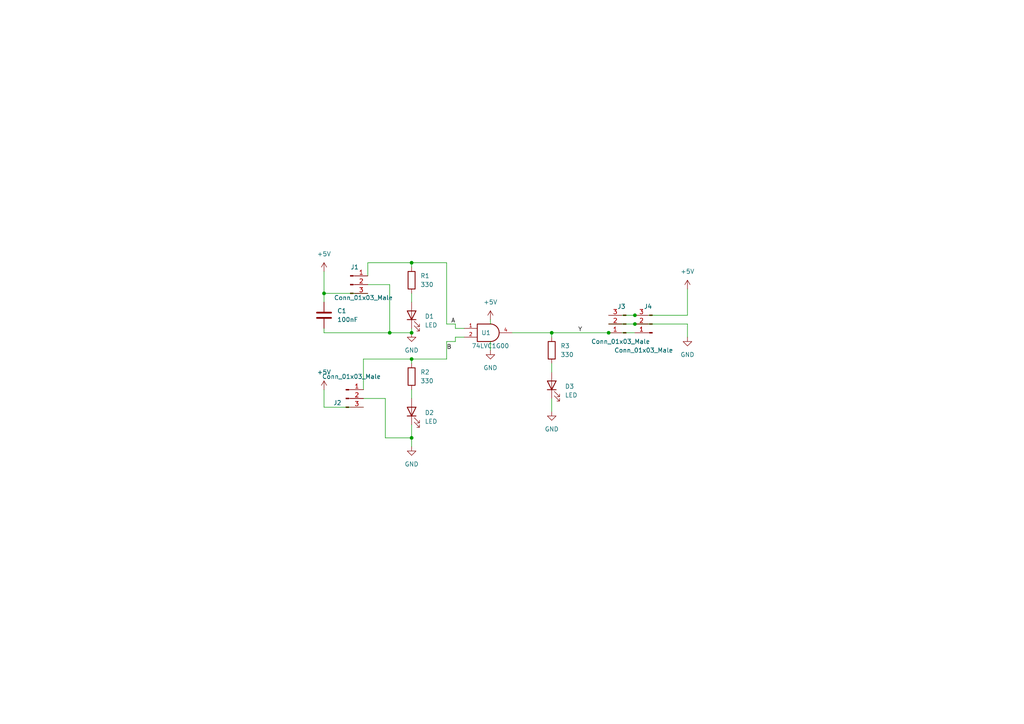
<source format=kicad_sch>
(kicad_sch
	(version 20231120)
	(generator "eeschema")
	(generator_version "8.0")
	(uuid "c58960d9-4cac-4036-ad2e-1aef26946dae")
	(paper "A4")
	(lib_symbols
		(symbol "74xGxx:74LVC1G08"
			(pin_names
				(offset 1.016)
			)
			(exclude_from_sim no)
			(in_bom yes)
			(on_board yes)
			(property "Reference" "U"
				(at -2.54 3.81 0)
				(effects
					(font
						(size 1.27 1.27)
					)
				)
			)
			(property "Value" "74LVC1G08"
				(at 0 -3.81 0)
				(effects
					(font
						(size 1.27 1.27)
					)
				)
			)
			(property "Footprint" ""
				(at 0 0 0)
				(effects
					(font
						(size 1.27 1.27)
					)
					(hide yes)
				)
			)
			(property "Datasheet" "http://www.ti.com/lit/sg/scyt129e/scyt129e.pdf"
				(at 0 0 0)
				(effects
					(font
						(size 1.27 1.27)
					)
					(hide yes)
				)
			)
			(property "Description" "Single AND Gate, Low-Voltage CMOS"
				(at 0 0 0)
				(effects
					(font
						(size 1.27 1.27)
					)
					(hide yes)
				)
			)
			(property "ki_keywords" "Single Gate AND LVC CMOS"
				(at 0 0 0)
				(effects
					(font
						(size 1.27 1.27)
					)
					(hide yes)
				)
			)
			(property "ki_fp_filters" "SOT* SG-*"
				(at 0 0 0)
				(effects
					(font
						(size 1.27 1.27)
					)
					(hide yes)
				)
			)
			(symbol "74LVC1G08_0_1"
				(arc
					(start 0 -2.54)
					(mid 2.529 0)
					(end 0 2.54)
					(stroke
						(width 0.254)
						(type default)
					)
					(fill
						(type none)
					)
				)
				(polyline
					(pts
						(xy 0 -2.54) (xy -3.81 -2.54) (xy -3.81 2.54) (xy 0 2.54)
					)
					(stroke
						(width 0.254)
						(type default)
					)
					(fill
						(type none)
					)
				)
			)
			(symbol "74LVC1G08_1_1"
				(pin input line
					(at -7.62 1.27 0)
					(length 3.81)
					(name "~"
						(effects
							(font
								(size 1.016 1.016)
							)
						)
					)
					(number "1"
						(effects
							(font
								(size 1.016 1.016)
							)
						)
					)
				)
				(pin input line
					(at -7.62 -1.27 0)
					(length 3.81)
					(name "~"
						(effects
							(font
								(size 1.016 1.016)
							)
						)
					)
					(number "2"
						(effects
							(font
								(size 1.016 1.016)
							)
						)
					)
				)
				(pin power_in line
					(at 0 -2.54 270)
					(length 0) hide
					(name "GND"
						(effects
							(font
								(size 1.016 1.016)
							)
						)
					)
					(number "3"
						(effects
							(font
								(size 1.016 1.016)
							)
						)
					)
				)
				(pin output line
					(at 6.35 0 180)
					(length 3.81)
					(name "~"
						(effects
							(font
								(size 1.016 1.016)
							)
						)
					)
					(number "4"
						(effects
							(font
								(size 1.016 1.016)
							)
						)
					)
				)
				(pin power_in line
					(at 0 2.54 90)
					(length 0) hide
					(name "VCC"
						(effects
							(font
								(size 1.016 1.016)
							)
						)
					)
					(number "5"
						(effects
							(font
								(size 1.016 1.016)
							)
						)
					)
				)
			)
		)
		(symbol "Connector:Conn_01x03_Male"
			(pin_names
				(offset 1.016) hide)
			(exclude_from_sim no)
			(in_bom yes)
			(on_board yes)
			(property "Reference" "J"
				(at 0 5.08 0)
				(effects
					(font
						(size 1.27 1.27)
					)
				)
			)
			(property "Value" "Conn_01x03_Male"
				(at 0 -5.08 0)
				(effects
					(font
						(size 1.27 1.27)
					)
				)
			)
			(property "Footprint" ""
				(at 0 0 0)
				(effects
					(font
						(size 1.27 1.27)
					)
					(hide yes)
				)
			)
			(property "Datasheet" "~"
				(at 0 0 0)
				(effects
					(font
						(size 1.27 1.27)
					)
					(hide yes)
				)
			)
			(property "Description" "Generic connector, single row, 01x03, script generated (kicad-library-utils/schlib/autogen/connector/)"
				(at 0 0 0)
				(effects
					(font
						(size 1.27 1.27)
					)
					(hide yes)
				)
			)
			(property "ki_keywords" "connector"
				(at 0 0 0)
				(effects
					(font
						(size 1.27 1.27)
					)
					(hide yes)
				)
			)
			(property "ki_fp_filters" "Connector*:*_1x??_*"
				(at 0 0 0)
				(effects
					(font
						(size 1.27 1.27)
					)
					(hide yes)
				)
			)
			(symbol "Conn_01x03_Male_1_1"
				(polyline
					(pts
						(xy 1.27 -2.54) (xy 0.8636 -2.54)
					)
					(stroke
						(width 0.1524)
						(type default)
					)
					(fill
						(type none)
					)
				)
				(polyline
					(pts
						(xy 1.27 0) (xy 0.8636 0)
					)
					(stroke
						(width 0.1524)
						(type default)
					)
					(fill
						(type none)
					)
				)
				(polyline
					(pts
						(xy 1.27 2.54) (xy 0.8636 2.54)
					)
					(stroke
						(width 0.1524)
						(type default)
					)
					(fill
						(type none)
					)
				)
				(rectangle
					(start 0.8636 -2.413)
					(end 0 -2.667)
					(stroke
						(width 0.1524)
						(type default)
					)
					(fill
						(type outline)
					)
				)
				(rectangle
					(start 0.8636 0.127)
					(end 0 -0.127)
					(stroke
						(width 0.1524)
						(type default)
					)
					(fill
						(type outline)
					)
				)
				(rectangle
					(start 0.8636 2.667)
					(end 0 2.413)
					(stroke
						(width 0.1524)
						(type default)
					)
					(fill
						(type outline)
					)
				)
				(pin passive line
					(at 5.08 2.54 180)
					(length 3.81)
					(name "Pin_1"
						(effects
							(font
								(size 1.27 1.27)
							)
						)
					)
					(number "1"
						(effects
							(font
								(size 1.27 1.27)
							)
						)
					)
				)
				(pin passive line
					(at 5.08 0 180)
					(length 3.81)
					(name "Pin_2"
						(effects
							(font
								(size 1.27 1.27)
							)
						)
					)
					(number "2"
						(effects
							(font
								(size 1.27 1.27)
							)
						)
					)
				)
				(pin passive line
					(at 5.08 -2.54 180)
					(length 3.81)
					(name "Pin_3"
						(effects
							(font
								(size 1.27 1.27)
							)
						)
					)
					(number "3"
						(effects
							(font
								(size 1.27 1.27)
							)
						)
					)
				)
			)
		)
		(symbol "Device:C"
			(pin_numbers hide)
			(pin_names
				(offset 0.254)
			)
			(exclude_from_sim no)
			(in_bom yes)
			(on_board yes)
			(property "Reference" "C"
				(at 0.635 2.54 0)
				(effects
					(font
						(size 1.27 1.27)
					)
					(justify left)
				)
			)
			(property "Value" "C"
				(at 0.635 -2.54 0)
				(effects
					(font
						(size 1.27 1.27)
					)
					(justify left)
				)
			)
			(property "Footprint" ""
				(at 0.9652 -3.81 0)
				(effects
					(font
						(size 1.27 1.27)
					)
					(hide yes)
				)
			)
			(property "Datasheet" "~"
				(at 0 0 0)
				(effects
					(font
						(size 1.27 1.27)
					)
					(hide yes)
				)
			)
			(property "Description" "Unpolarized capacitor"
				(at 0 0 0)
				(effects
					(font
						(size 1.27 1.27)
					)
					(hide yes)
				)
			)
			(property "ki_keywords" "cap capacitor"
				(at 0 0 0)
				(effects
					(font
						(size 1.27 1.27)
					)
					(hide yes)
				)
			)
			(property "ki_fp_filters" "C_*"
				(at 0 0 0)
				(effects
					(font
						(size 1.27 1.27)
					)
					(hide yes)
				)
			)
			(symbol "C_0_1"
				(polyline
					(pts
						(xy -2.032 -0.762) (xy 2.032 -0.762)
					)
					(stroke
						(width 0.508)
						(type default)
					)
					(fill
						(type none)
					)
				)
				(polyline
					(pts
						(xy -2.032 0.762) (xy 2.032 0.762)
					)
					(stroke
						(width 0.508)
						(type default)
					)
					(fill
						(type none)
					)
				)
			)
			(symbol "C_1_1"
				(pin passive line
					(at 0 3.81 270)
					(length 2.794)
					(name "~"
						(effects
							(font
								(size 1.27 1.27)
							)
						)
					)
					(number "1"
						(effects
							(font
								(size 1.27 1.27)
							)
						)
					)
				)
				(pin passive line
					(at 0 -3.81 90)
					(length 2.794)
					(name "~"
						(effects
							(font
								(size 1.27 1.27)
							)
						)
					)
					(number "2"
						(effects
							(font
								(size 1.27 1.27)
							)
						)
					)
				)
			)
		)
		(symbol "Device:LED"
			(pin_numbers hide)
			(pin_names
				(offset 1.016) hide)
			(exclude_from_sim no)
			(in_bom yes)
			(on_board yes)
			(property "Reference" "D"
				(at 0 2.54 0)
				(effects
					(font
						(size 1.27 1.27)
					)
				)
			)
			(property "Value" "LED"
				(at 0 -2.54 0)
				(effects
					(font
						(size 1.27 1.27)
					)
				)
			)
			(property "Footprint" ""
				(at 0 0 0)
				(effects
					(font
						(size 1.27 1.27)
					)
					(hide yes)
				)
			)
			(property "Datasheet" "~"
				(at 0 0 0)
				(effects
					(font
						(size 1.27 1.27)
					)
					(hide yes)
				)
			)
			(property "Description" "Light emitting diode"
				(at 0 0 0)
				(effects
					(font
						(size 1.27 1.27)
					)
					(hide yes)
				)
			)
			(property "ki_keywords" "LED diode"
				(at 0 0 0)
				(effects
					(font
						(size 1.27 1.27)
					)
					(hide yes)
				)
			)
			(property "ki_fp_filters" "LED* LED_SMD:* LED_THT:*"
				(at 0 0 0)
				(effects
					(font
						(size 1.27 1.27)
					)
					(hide yes)
				)
			)
			(symbol "LED_0_1"
				(polyline
					(pts
						(xy -1.27 -1.27) (xy -1.27 1.27)
					)
					(stroke
						(width 0.254)
						(type default)
					)
					(fill
						(type none)
					)
				)
				(polyline
					(pts
						(xy -1.27 0) (xy 1.27 0)
					)
					(stroke
						(width 0)
						(type default)
					)
					(fill
						(type none)
					)
				)
				(polyline
					(pts
						(xy 1.27 -1.27) (xy 1.27 1.27) (xy -1.27 0) (xy 1.27 -1.27)
					)
					(stroke
						(width 0.254)
						(type default)
					)
					(fill
						(type none)
					)
				)
				(polyline
					(pts
						(xy -3.048 -0.762) (xy -4.572 -2.286) (xy -3.81 -2.286) (xy -4.572 -2.286) (xy -4.572 -1.524)
					)
					(stroke
						(width 0)
						(type default)
					)
					(fill
						(type none)
					)
				)
				(polyline
					(pts
						(xy -1.778 -0.762) (xy -3.302 -2.286) (xy -2.54 -2.286) (xy -3.302 -2.286) (xy -3.302 -1.524)
					)
					(stroke
						(width 0)
						(type default)
					)
					(fill
						(type none)
					)
				)
			)
			(symbol "LED_1_1"
				(pin passive line
					(at -3.81 0 0)
					(length 2.54)
					(name "K"
						(effects
							(font
								(size 1.27 1.27)
							)
						)
					)
					(number "1"
						(effects
							(font
								(size 1.27 1.27)
							)
						)
					)
				)
				(pin passive line
					(at 3.81 0 180)
					(length 2.54)
					(name "A"
						(effects
							(font
								(size 1.27 1.27)
							)
						)
					)
					(number "2"
						(effects
							(font
								(size 1.27 1.27)
							)
						)
					)
				)
			)
		)
		(symbol "Device:R"
			(pin_numbers hide)
			(pin_names
				(offset 0)
			)
			(exclude_from_sim no)
			(in_bom yes)
			(on_board yes)
			(property "Reference" "R"
				(at 2.032 0 90)
				(effects
					(font
						(size 1.27 1.27)
					)
				)
			)
			(property "Value" "R"
				(at 0 0 90)
				(effects
					(font
						(size 1.27 1.27)
					)
				)
			)
			(property "Footprint" ""
				(at -1.778 0 90)
				(effects
					(font
						(size 1.27 1.27)
					)
					(hide yes)
				)
			)
			(property "Datasheet" "~"
				(at 0 0 0)
				(effects
					(font
						(size 1.27 1.27)
					)
					(hide yes)
				)
			)
			(property "Description" "Resistor"
				(at 0 0 0)
				(effects
					(font
						(size 1.27 1.27)
					)
					(hide yes)
				)
			)
			(property "ki_keywords" "R res resistor"
				(at 0 0 0)
				(effects
					(font
						(size 1.27 1.27)
					)
					(hide yes)
				)
			)
			(property "ki_fp_filters" "R_*"
				(at 0 0 0)
				(effects
					(font
						(size 1.27 1.27)
					)
					(hide yes)
				)
			)
			(symbol "R_0_1"
				(rectangle
					(start -1.016 -2.54)
					(end 1.016 2.54)
					(stroke
						(width 0.254)
						(type default)
					)
					(fill
						(type none)
					)
				)
			)
			(symbol "R_1_1"
				(pin passive line
					(at 0 3.81 270)
					(length 1.27)
					(name "~"
						(effects
							(font
								(size 1.27 1.27)
							)
						)
					)
					(number "1"
						(effects
							(font
								(size 1.27 1.27)
							)
						)
					)
				)
				(pin passive line
					(at 0 -3.81 90)
					(length 1.27)
					(name "~"
						(effects
							(font
								(size 1.27 1.27)
							)
						)
					)
					(number "2"
						(effects
							(font
								(size 1.27 1.27)
							)
						)
					)
				)
			)
		)
		(symbol "power:+5V"
			(power)
			(pin_names
				(offset 0)
			)
			(exclude_from_sim no)
			(in_bom yes)
			(on_board yes)
			(property "Reference" "#PWR"
				(at 0 -3.81 0)
				(effects
					(font
						(size 1.27 1.27)
					)
					(hide yes)
				)
			)
			(property "Value" "+5V"
				(at 0 3.556 0)
				(effects
					(font
						(size 1.27 1.27)
					)
				)
			)
			(property "Footprint" ""
				(at 0 0 0)
				(effects
					(font
						(size 1.27 1.27)
					)
					(hide yes)
				)
			)
			(property "Datasheet" ""
				(at 0 0 0)
				(effects
					(font
						(size 1.27 1.27)
					)
					(hide yes)
				)
			)
			(property "Description" "Power symbol creates a global label with name \"+5V\""
				(at 0 0 0)
				(effects
					(font
						(size 1.27 1.27)
					)
					(hide yes)
				)
			)
			(property "ki_keywords" "power-flag"
				(at 0 0 0)
				(effects
					(font
						(size 1.27 1.27)
					)
					(hide yes)
				)
			)
			(symbol "+5V_0_1"
				(polyline
					(pts
						(xy -0.762 1.27) (xy 0 2.54)
					)
					(stroke
						(width 0)
						(type default)
					)
					(fill
						(type none)
					)
				)
				(polyline
					(pts
						(xy 0 0) (xy 0 2.54)
					)
					(stroke
						(width 0)
						(type default)
					)
					(fill
						(type none)
					)
				)
				(polyline
					(pts
						(xy 0 2.54) (xy 0.762 1.27)
					)
					(stroke
						(width 0)
						(type default)
					)
					(fill
						(type none)
					)
				)
			)
			(symbol "+5V_1_1"
				(pin power_in line
					(at 0 0 90)
					(length 0) hide
					(name "+5V"
						(effects
							(font
								(size 1.27 1.27)
							)
						)
					)
					(number "1"
						(effects
							(font
								(size 1.27 1.27)
							)
						)
					)
				)
			)
		)
		(symbol "power:GND"
			(power)
			(pin_names
				(offset 0)
			)
			(exclude_from_sim no)
			(in_bom yes)
			(on_board yes)
			(property "Reference" "#PWR"
				(at 0 -6.35 0)
				(effects
					(font
						(size 1.27 1.27)
					)
					(hide yes)
				)
			)
			(property "Value" "GND"
				(at 0 -3.81 0)
				(effects
					(font
						(size 1.27 1.27)
					)
				)
			)
			(property "Footprint" ""
				(at 0 0 0)
				(effects
					(font
						(size 1.27 1.27)
					)
					(hide yes)
				)
			)
			(property "Datasheet" ""
				(at 0 0 0)
				(effects
					(font
						(size 1.27 1.27)
					)
					(hide yes)
				)
			)
			(property "Description" "Power symbol creates a global label with name \"GND\" , ground"
				(at 0 0 0)
				(effects
					(font
						(size 1.27 1.27)
					)
					(hide yes)
				)
			)
			(property "ki_keywords" "power-flag"
				(at 0 0 0)
				(effects
					(font
						(size 1.27 1.27)
					)
					(hide yes)
				)
			)
			(symbol "GND_0_1"
				(polyline
					(pts
						(xy 0 0) (xy 0 -1.27) (xy 1.27 -1.27) (xy 0 -2.54) (xy -1.27 -1.27) (xy 0 -1.27)
					)
					(stroke
						(width 0)
						(type default)
					)
					(fill
						(type none)
					)
				)
			)
			(symbol "GND_1_1"
				(pin power_in line
					(at 0 0 270)
					(length 0) hide
					(name "GND"
						(effects
							(font
								(size 1.27 1.27)
							)
						)
					)
					(number "1"
						(effects
							(font
								(size 1.27 1.27)
							)
						)
					)
				)
			)
		)
	)
	(junction
		(at 119.38 96.52)
		(diameter 0)
		(color 0 0 0 0)
		(uuid "1e9b7fc1-f8b8-421f-9347-3d66318539f9")
	)
	(junction
		(at 93.98 85.09)
		(diameter 0)
		(color 0 0 0 0)
		(uuid "23dc6608-56bf-4669-934d-68af9d8b4eda")
	)
	(junction
		(at 160.02 96.52)
		(diameter 0)
		(color 0 0 0 0)
		(uuid "3c5e5ea9-793d-46e3-86bc-5884c4490dc7")
	)
	(junction
		(at 119.38 76.2)
		(diameter 0)
		(color 0 0 0 0)
		(uuid "43707e99-bdd7-4b02-9974-540ed6c2b0aa")
	)
	(junction
		(at 184.15 93.98)
		(diameter 0)
		(color 0 0 0 0)
		(uuid "511e9a47-88c1-4b75-8962-849e854cb5b9")
	)
	(junction
		(at 119.38 104.14)
		(diameter 0)
		(color 0 0 0 0)
		(uuid "54212c01-b363-47b8-a145-45c40df316f4")
	)
	(junction
		(at 176.53 96.52)
		(diameter 0)
		(color 0 0 0 0)
		(uuid "9d87d66c-04b6-4d77-8e65-ee3d79da3f81")
	)
	(junction
		(at 113.03 96.52)
		(diameter 0)
		(color 0 0 0 0)
		(uuid "b89b6d43-23a4-4aa3-8016-489eef644d7a")
	)
	(junction
		(at 119.38 127)
		(diameter 0)
		(color 0 0 0 0)
		(uuid "c08d36b5-940c-4e7c-a73c-f340ce908dd0")
	)
	(junction
		(at 184.15 91.44)
		(diameter 0)
		(color 0 0 0 0)
		(uuid "caacacee-6a11-4f77-adb3-e35a6e2a5f8e")
	)
	(wire
		(pts
			(xy 134.62 97.79) (xy 132.08 97.79)
		)
		(stroke
			(width 0)
			(type default)
		)
		(uuid "029e7543-83c3-4189-8def-05112de95896")
	)
	(wire
		(pts
			(xy 106.68 76.2) (xy 119.38 76.2)
		)
		(stroke
			(width 0)
			(type default)
		)
		(uuid "076046ab-4b56-4060-b8d9-0d80806d0277")
	)
	(wire
		(pts
			(xy 93.98 85.09) (xy 93.98 87.63)
		)
		(stroke
			(width 0)
			(type default)
		)
		(uuid "118f77f5-452f-4845-8874-0796f1908a63")
	)
	(wire
		(pts
			(xy 160.02 115.57) (xy 160.02 119.38)
		)
		(stroke
			(width 0)
			(type default)
		)
		(uuid "1199146e-a60b-416a-b503-e77d6d2892f9")
	)
	(wire
		(pts
			(xy 184.15 91.44) (xy 199.39 91.44)
		)
		(stroke
			(width 0)
			(type default)
		)
		(uuid "119a7a82-e2ec-415b-91cc-9a0a873f9bd6")
	)
	(wire
		(pts
			(xy 176.53 91.44) (xy 184.15 91.44)
		)
		(stroke
			(width 0)
			(type default)
		)
		(uuid "12174b28-fa2c-42b3-aecd-4250e814e7aa")
	)
	(wire
		(pts
			(xy 105.41 118.11) (xy 93.98 118.11)
		)
		(stroke
			(width 0)
			(type default)
		)
		(uuid "169c9d17-110b-4c3b-b53f-722f145c0857")
	)
	(wire
		(pts
			(xy 148.59 96.52) (xy 160.02 96.52)
		)
		(stroke
			(width 0)
			(type default)
		)
		(uuid "180245d9-4a3f-4d1b-adcc-b4eafac722e0")
	)
	(wire
		(pts
			(xy 129.54 76.2) (xy 129.54 93.98)
		)
		(stroke
			(width 0)
			(type default)
		)
		(uuid "196a8dd5-5fd6-4c7f-ae4a-0104bd82e61b")
	)
	(wire
		(pts
			(xy 113.03 82.55) (xy 113.03 96.52)
		)
		(stroke
			(width 0)
			(type default)
		)
		(uuid "1b4f8c82-3222-4760-8105-e571c9d4f246")
	)
	(wire
		(pts
			(xy 93.98 85.09) (xy 106.68 85.09)
		)
		(stroke
			(width 0)
			(type default)
		)
		(uuid "1f11ad4f-3010-4903-b926-1194a5e0f425")
	)
	(wire
		(pts
			(xy 129.54 99.06) (xy 132.08 99.06)
		)
		(stroke
			(width 0)
			(type default)
		)
		(uuid "1fbb0219-551e-409b-a61b-76e8cebdfb9d")
	)
	(wire
		(pts
			(xy 160.02 105.41) (xy 160.02 107.95)
		)
		(stroke
			(width 0)
			(type default)
		)
		(uuid "2454fd1b-3484-4838-8b7e-d26357238fe1")
	)
	(wire
		(pts
			(xy 176.53 93.98) (xy 184.15 93.98)
		)
		(stroke
			(width 0)
			(type default)
		)
		(uuid "24c01a78-3470-4b05-b7bc-6162cce2180f")
	)
	(wire
		(pts
			(xy 105.41 115.57) (xy 111.76 115.57)
		)
		(stroke
			(width 0)
			(type default)
		)
		(uuid "30da22f2-e634-49a5-abeb-82d507c89cca")
	)
	(wire
		(pts
			(xy 113.03 96.52) (xy 119.38 96.52)
		)
		(stroke
			(width 0)
			(type default)
		)
		(uuid "336c6dbc-0a7e-4444-9ed9-286e298d99da")
	)
	(wire
		(pts
			(xy 142.24 92.71) (xy 142.24 93.98)
		)
		(stroke
			(width 0)
			(type default)
		)
		(uuid "380f384c-ebb9-4bed-867a-850868207c86")
	)
	(wire
		(pts
			(xy 199.39 83.82) (xy 199.39 91.44)
		)
		(stroke
			(width 0)
			(type default)
		)
		(uuid "3ae056f4-6a7e-4768-8469-f6c7c1cbd7b2")
	)
	(wire
		(pts
			(xy 132.08 93.98) (xy 129.54 93.98)
		)
		(stroke
			(width 0)
			(type default)
		)
		(uuid "45884597-7014-4461-83ee-9975c42b9a53")
	)
	(wire
		(pts
			(xy 160.02 96.52) (xy 176.53 96.52)
		)
		(stroke
			(width 0)
			(type default)
		)
		(uuid "4602f25e-67da-4174-86d6-bbb672ef7724")
	)
	(wire
		(pts
			(xy 105.41 104.14) (xy 119.38 104.14)
		)
		(stroke
			(width 0)
			(type default)
		)
		(uuid "469d0695-475a-444a-9f33-78ae4de4676d")
	)
	(wire
		(pts
			(xy 184.15 93.98) (xy 199.39 93.98)
		)
		(stroke
			(width 0)
			(type default)
		)
		(uuid "567940ec-4cec-43d3-8eab-b4df0e8df3d1")
	)
	(wire
		(pts
			(xy 119.38 85.09) (xy 119.38 87.63)
		)
		(stroke
			(width 0)
			(type default)
		)
		(uuid "5d9921f1-08b3-4cc9-8cf7-e9a72ca2fdb7")
	)
	(wire
		(pts
			(xy 199.39 93.98) (xy 199.39 97.79)
		)
		(stroke
			(width 0)
			(type default)
		)
		(uuid "6377b4a9-01c5-43f6-8543-b02df9364840")
	)
	(wire
		(pts
			(xy 105.41 113.03) (xy 105.41 104.14)
		)
		(stroke
			(width 0)
			(type default)
		)
		(uuid "691c5751-a4c7-4f00-b6d1-d37910719f17")
	)
	(wire
		(pts
			(xy 111.76 115.57) (xy 111.76 127)
		)
		(stroke
			(width 0)
			(type default)
		)
		(uuid "76ab09bc-ba3a-40a2-9aa0-cc651d4cd521")
	)
	(wire
		(pts
			(xy 119.38 104.14) (xy 129.54 104.14)
		)
		(stroke
			(width 0)
			(type default)
		)
		(uuid "79770cd5-32d7-429a-8248-0d9e6212231a")
	)
	(wire
		(pts
			(xy 119.38 127) (xy 119.38 129.54)
		)
		(stroke
			(width 0)
			(type default)
		)
		(uuid "7c7213b4-2cca-4235-8a4f-a07a0acf21eb")
	)
	(wire
		(pts
			(xy 93.98 113.03) (xy 93.98 118.11)
		)
		(stroke
			(width 0)
			(type default)
		)
		(uuid "8de68870-5d02-4792-905b-2e9e44982a07")
	)
	(wire
		(pts
			(xy 119.38 95.25) (xy 119.38 96.52)
		)
		(stroke
			(width 0)
			(type default)
		)
		(uuid "9186fd02-f30d-4e17-aa38-378ab73e3908")
	)
	(wire
		(pts
			(xy 129.54 104.14) (xy 129.54 99.06)
		)
		(stroke
			(width 0)
			(type default)
		)
		(uuid "99332785-d9f1-4363-9377-26ddc18e6d2c")
	)
	(wire
		(pts
			(xy 119.38 123.19) (xy 119.38 127)
		)
		(stroke
			(width 0)
			(type default)
		)
		(uuid "997c2f12-73ba-4c01-9ee0-42e37cbab790")
	)
	(wire
		(pts
			(xy 132.08 93.98) (xy 132.08 95.25)
		)
		(stroke
			(width 0)
			(type default)
		)
		(uuid "a49bfe8c-5e21-4b17-ad20-4dbeab669687")
	)
	(wire
		(pts
			(xy 93.98 95.25) (xy 93.98 96.52)
		)
		(stroke
			(width 0)
			(type default)
		)
		(uuid "aa130053-a451-4f12-97f7-3d4d891a5f83")
	)
	(wire
		(pts
			(xy 119.38 77.47) (xy 119.38 76.2)
		)
		(stroke
			(width 0)
			(type default)
		)
		(uuid "b0271cdd-de22-4bf4-8f55-fc137cfbd4ec")
	)
	(wire
		(pts
			(xy 93.98 96.52) (xy 113.03 96.52)
		)
		(stroke
			(width 0)
			(type default)
		)
		(uuid "b09666f9-12f1-4ee9-8877-2292c94258ca")
	)
	(wire
		(pts
			(xy 132.08 97.79) (xy 132.08 99.06)
		)
		(stroke
			(width 0)
			(type default)
		)
		(uuid "b8bf6010-53d9-40f8-a421-ef35f0933904")
	)
	(wire
		(pts
			(xy 119.38 76.2) (xy 129.54 76.2)
		)
		(stroke
			(width 0)
			(type default)
		)
		(uuid "c514e30c-e48e-4ca5-ab44-8b3afedef1f2")
	)
	(wire
		(pts
			(xy 93.98 78.74) (xy 93.98 85.09)
		)
		(stroke
			(width 0)
			(type default)
		)
		(uuid "c6f07f09-0dc1-4ce1-8fe0-f084de5bcbc2")
	)
	(wire
		(pts
			(xy 111.76 127) (xy 119.38 127)
		)
		(stroke
			(width 0)
			(type default)
		)
		(uuid "c8fd9dd3-06ad-4146-9239-0065013959ef")
	)
	(wire
		(pts
			(xy 119.38 113.03) (xy 119.38 115.57)
		)
		(stroke
			(width 0)
			(type default)
		)
		(uuid "dae72997-44fc-4275-b36f-cd70bf46cfba")
	)
	(wire
		(pts
			(xy 176.53 96.52) (xy 184.15 96.52)
		)
		(stroke
			(width 0)
			(type default)
		)
		(uuid "e17480b8-d344-4339-aa2d-7942c795e4bd")
	)
	(wire
		(pts
			(xy 119.38 105.41) (xy 119.38 104.14)
		)
		(stroke
			(width 0)
			(type default)
		)
		(uuid "e4e20505-1208-4100-a4aa-676f50844c06")
	)
	(wire
		(pts
			(xy 132.08 95.25) (xy 134.62 95.25)
		)
		(stroke
			(width 0)
			(type default)
		)
		(uuid "e52330e4-3d58-40fb-8b1a-b21a2d747617")
	)
	(wire
		(pts
			(xy 106.68 82.55) (xy 113.03 82.55)
		)
		(stroke
			(width 0)
			(type default)
		)
		(uuid "e64b4a7c-5015-403a-ab34-bd8d4f4f2579")
	)
	(wire
		(pts
			(xy 106.68 76.2) (xy 106.68 80.01)
		)
		(stroke
			(width 0)
			(type default)
		)
		(uuid "f6e801f1-2123-4f29-87b5-df20757db1e6")
	)
	(wire
		(pts
			(xy 160.02 97.79) (xy 160.02 96.52)
		)
		(stroke
			(width 0)
			(type default)
		)
		(uuid "f8f3a9fc-1e34-4573-a767-508104e8d242")
	)
	(wire
		(pts
			(xy 142.24 99.06) (xy 142.24 101.6)
		)
		(stroke
			(width 0)
			(type default)
		)
		(uuid "fbd8e583-6703-44f2-a1be-b22f87e3e0a7")
	)
	(label "Y"
		(at 167.64 96.52 0)
		(effects
			(font
				(size 1.2446 1.2446)
			)
			(justify left bottom)
		)
		(uuid "98914cc3-56fe-40bb-820a-3d157225c145")
	)
	(label "B"
		(at 129.54 101.6 0)
		(effects
			(font
				(size 1.2446 1.2446)
			)
			(justify left bottom)
		)
		(uuid "99dfa524-0366-4808-b4e8-328fc38e8656")
	)
	(label "A"
		(at 130.81 93.98 0)
		(effects
			(font
				(size 1.2446 1.2446)
			)
			(justify left bottom)
		)
		(uuid "d4c9471f-7503-4339-928c-d1abae1eede6")
	)
	(symbol
		(lib_id "power:+5V")
		(at 199.39 83.82 0)
		(unit 1)
		(exclude_from_sim no)
		(in_bom yes)
		(on_board yes)
		(dnp no)
		(fields_autoplaced yes)
		(uuid "04e0d033-de54-4add-9233-80bbb05dc2cf")
		(property "Reference" "#PWR0102"
			(at 199.39 87.63 0)
			(effects
				(font
					(size 1.27 1.27)
				)
				(hide yes)
			)
		)
		(property "Value" "+5V"
			(at 199.39 78.74 0)
			(effects
				(font
					(size 1.27 1.27)
				)
			)
		)
		(property "Footprint" ""
			(at 199.39 83.82 0)
			(effects
				(font
					(size 1.27 1.27)
				)
				(hide yes)
			)
		)
		(property "Datasheet" ""
			(at 199.39 83.82 0)
			(effects
				(font
					(size 1.27 1.27)
				)
				(hide yes)
			)
		)
		(property "Description" ""
			(at 199.39 83.82 0)
			(effects
				(font
					(size 1.27 1.27)
				)
				(hide yes)
			)
		)
		(pin "1"
			(uuid "748985b8-be37-41cd-b7eb-0fffb11765ff")
		)
		(instances
			(project "ANDgate"
				(path "/c58960d9-4cac-4036-ad2e-1aef26946dae"
					(reference "#PWR0102")
					(unit 1)
				)
			)
		)
	)
	(symbol
		(lib_id "power:GND")
		(at 119.38 96.52 0)
		(unit 1)
		(exclude_from_sim no)
		(in_bom yes)
		(on_board yes)
		(dnp no)
		(fields_autoplaced yes)
		(uuid "0f575350-c4e9-421c-ba59-ad23a25941ed")
		(property "Reference" "#PWR0109"
			(at 119.38 102.87 0)
			(effects
				(font
					(size 1.27 1.27)
				)
				(hide yes)
			)
		)
		(property "Value" "GND"
			(at 119.38 101.6 0)
			(effects
				(font
					(size 1.27 1.27)
				)
			)
		)
		(property "Footprint" ""
			(at 119.38 96.52 0)
			(effects
				(font
					(size 1.27 1.27)
				)
				(hide yes)
			)
		)
		(property "Datasheet" ""
			(at 119.38 96.52 0)
			(effects
				(font
					(size 1.27 1.27)
				)
				(hide yes)
			)
		)
		(property "Description" ""
			(at 119.38 96.52 0)
			(effects
				(font
					(size 1.27 1.27)
				)
				(hide yes)
			)
		)
		(pin "1"
			(uuid "e40606ec-99da-470a-a153-7861cde7681f")
		)
		(instances
			(project "ANDgate"
				(path "/c58960d9-4cac-4036-ad2e-1aef26946dae"
					(reference "#PWR0109")
					(unit 1)
				)
			)
		)
	)
	(symbol
		(lib_id "Device:LED")
		(at 119.38 91.44 90)
		(unit 1)
		(exclude_from_sim no)
		(in_bom yes)
		(on_board yes)
		(dnp no)
		(fields_autoplaced yes)
		(uuid "22128071-faad-4e05-ba97-52e9059041ea")
		(property "Reference" "D1"
			(at 123.19 91.7574 90)
			(effects
				(font
					(size 1.27 1.27)
				)
				(justify right)
			)
		)
		(property "Value" "LED"
			(at 123.19 94.2974 90)
			(effects
				(font
					(size 1.27 1.27)
				)
				(justify right)
			)
		)
		(property "Footprint" "shurik-personal:LITE_ON_LTST_C230TBKT-LED_1206_3216Metric_ReverseMount"
			(at 119.38 91.44 0)
			(effects
				(font
					(size 1.27 1.27)
				)
				(hide yes)
			)
		)
		(property "Datasheet" "~"
			(at 119.38 91.44 0)
			(effects
				(font
					(size 1.27 1.27)
				)
				(hide yes)
			)
		)
		(property "Description" ""
			(at 119.38 91.44 0)
			(effects
				(font
					(size 1.27 1.27)
				)
				(hide yes)
			)
		)
		(property "LCSC" "C125109"
			(at 119.38 91.44 90)
			(effects
				(font
					(size 1.27 1.27)
				)
				(hide yes)
			)
		)
		(pin "1"
			(uuid "612feb18-03c4-47e5-9a09-baa79b31abb0")
		)
		(pin "2"
			(uuid "0ed56bdf-a82e-4bb5-85ab-6a3bff69b164")
		)
		(instances
			(project "ANDgate"
				(path "/c58960d9-4cac-4036-ad2e-1aef26946dae"
					(reference "D1")
					(unit 1)
				)
			)
		)
	)
	(symbol
		(lib_id "power:GND")
		(at 199.39 97.79 0)
		(unit 1)
		(exclude_from_sim no)
		(in_bom yes)
		(on_board yes)
		(dnp no)
		(fields_autoplaced yes)
		(uuid "2407c409-b61c-4a95-b56b-bc7e738bf99c")
		(property "Reference" "#PWR0105"
			(at 199.39 104.14 0)
			(effects
				(font
					(size 1.27 1.27)
				)
				(hide yes)
			)
		)
		(property "Value" "GND"
			(at 199.39 102.87 0)
			(effects
				(font
					(size 1.27 1.27)
				)
			)
		)
		(property "Footprint" ""
			(at 199.39 97.79 0)
			(effects
				(font
					(size 1.27 1.27)
				)
				(hide yes)
			)
		)
		(property "Datasheet" ""
			(at 199.39 97.79 0)
			(effects
				(font
					(size 1.27 1.27)
				)
				(hide yes)
			)
		)
		(property "Description" ""
			(at 199.39 97.79 0)
			(effects
				(font
					(size 1.27 1.27)
				)
				(hide yes)
			)
		)
		(pin "1"
			(uuid "8419400a-8ed7-439a-b9c3-7f6aa9527119")
		)
		(instances
			(project "ANDgate"
				(path "/c58960d9-4cac-4036-ad2e-1aef26946dae"
					(reference "#PWR0105")
					(unit 1)
				)
			)
		)
	)
	(symbol
		(lib_id "Connector:Conn_01x03_Male")
		(at 189.23 93.98 180)
		(unit 1)
		(exclude_from_sim no)
		(in_bom yes)
		(on_board yes)
		(dnp no)
		(uuid "4d7e04b3-c9cb-4cac-81b6-5a37c55de0e8")
		(property "Reference" "J4"
			(at 187.96 88.9 0)
			(effects
				(font
					(size 1.27 1.27)
				)
			)
		)
		(property "Value" "Conn_01x03_Male"
			(at 186.69 101.6 0)
			(effects
				(font
					(size 1.27 1.27)
				)
			)
		)
		(property "Footprint" "Connector_Molex:Molex_PicoBlade_53261-0371_1x03-1MP_P1.25mm_Horizontal"
			(at 189.23 93.98 0)
			(effects
				(font
					(size 1.27 1.27)
				)
				(hide yes)
			)
		)
		(property "Datasheet" "~"
			(at 189.23 93.98 0)
			(effects
				(font
					(size 1.27 1.27)
				)
				(hide yes)
			)
		)
		(property "Description" ""
			(at 189.23 93.98 0)
			(effects
				(font
					(size 1.27 1.27)
				)
				(hide yes)
			)
		)
		(property "FT Rotation Offset" "180"
			(at 189.23 93.98 0)
			(effects
				(font
					(size 1.27 1.27)
				)
				(hide yes)
			)
		)
		(pin "1"
			(uuid "bd455b12-cdd7-41a6-b1de-a9fbec41880c")
		)
		(pin "2"
			(uuid "315f1b74-d9bf-4f55-98af-0ca623e522f6")
		)
		(pin "3"
			(uuid "9eb3404f-5aea-4d1c-a15d-d2a4654e0dc2")
		)
		(instances
			(project "ANDgate"
				(path "/c58960d9-4cac-4036-ad2e-1aef26946dae"
					(reference "J4")
					(unit 1)
				)
			)
		)
	)
	(symbol
		(lib_id "power:+5V")
		(at 93.98 113.03 0)
		(unit 1)
		(exclude_from_sim no)
		(in_bom yes)
		(on_board yes)
		(dnp no)
		(fields_autoplaced yes)
		(uuid "6566e87d-4087-465a-910c-c7ab9ace5d00")
		(property "Reference" "#PWR0104"
			(at 93.98 116.84 0)
			(effects
				(font
					(size 1.27 1.27)
				)
				(hide yes)
			)
		)
		(property "Value" "+5V"
			(at 93.98 107.95 0)
			(effects
				(font
					(size 1.27 1.27)
				)
			)
		)
		(property "Footprint" ""
			(at 93.98 113.03 0)
			(effects
				(font
					(size 1.27 1.27)
				)
				(hide yes)
			)
		)
		(property "Datasheet" ""
			(at 93.98 113.03 0)
			(effects
				(font
					(size 1.27 1.27)
				)
				(hide yes)
			)
		)
		(property "Description" ""
			(at 93.98 113.03 0)
			(effects
				(font
					(size 1.27 1.27)
				)
				(hide yes)
			)
		)
		(pin "1"
			(uuid "37403871-0aba-4d40-a6ea-adeec3e46bcc")
		)
		(instances
			(project "ANDgate"
				(path "/c58960d9-4cac-4036-ad2e-1aef26946dae"
					(reference "#PWR0104")
					(unit 1)
				)
			)
		)
	)
	(symbol
		(lib_id "Device:R")
		(at 119.38 81.28 0)
		(unit 1)
		(exclude_from_sim no)
		(in_bom yes)
		(on_board yes)
		(dnp no)
		(fields_autoplaced yes)
		(uuid "72f5e010-4835-4344-b761-78f2b6a212d3")
		(property "Reference" "R1"
			(at 121.92 80.0099 0)
			(effects
				(font
					(size 1.27 1.27)
				)
				(justify left)
			)
		)
		(property "Value" "330"
			(at 121.92 82.5499 0)
			(effects
				(font
					(size 1.27 1.27)
				)
				(justify left)
			)
		)
		(property "Footprint" "Resistor_SMD:R_0603_1608Metric"
			(at 117.602 81.28 90)
			(effects
				(font
					(size 1.27 1.27)
				)
				(hide yes)
			)
		)
		(property "Datasheet" "~"
			(at 119.38 81.28 0)
			(effects
				(font
					(size 1.27 1.27)
				)
				(hide yes)
			)
		)
		(property "Description" ""
			(at 119.38 81.28 0)
			(effects
				(font
					(size 1.27 1.27)
				)
				(hide yes)
			)
		)
		(pin "1"
			(uuid "0b739a5d-c787-4f6f-8edd-9626528c59c7")
		)
		(pin "2"
			(uuid "a67fc7f9-f8af-4014-9cb1-cdb494cca8ca")
		)
		(instances
			(project "ANDgate"
				(path "/c58960d9-4cac-4036-ad2e-1aef26946dae"
					(reference "R1")
					(unit 1)
				)
			)
		)
	)
	(symbol
		(lib_id "power:GND")
		(at 160.02 119.38 0)
		(unit 1)
		(exclude_from_sim no)
		(in_bom yes)
		(on_board yes)
		(dnp no)
		(fields_autoplaced yes)
		(uuid "73660886-ba28-453c-a3bb-12e2572684ae")
		(property "Reference" "#PWR0103"
			(at 160.02 125.73 0)
			(effects
				(font
					(size 1.27 1.27)
				)
				(hide yes)
			)
		)
		(property "Value" "GND"
			(at 160.02 124.46 0)
			(effects
				(font
					(size 1.27 1.27)
				)
			)
		)
		(property "Footprint" ""
			(at 160.02 119.38 0)
			(effects
				(font
					(size 1.27 1.27)
				)
				(hide yes)
			)
		)
		(property "Datasheet" ""
			(at 160.02 119.38 0)
			(effects
				(font
					(size 1.27 1.27)
				)
				(hide yes)
			)
		)
		(property "Description" ""
			(at 160.02 119.38 0)
			(effects
				(font
					(size 1.27 1.27)
				)
				(hide yes)
			)
		)
		(pin "1"
			(uuid "f32ec8e9-cd2c-447f-ba10-435b5e2c75b0")
		)
		(instances
			(project "ANDgate"
				(path "/c58960d9-4cac-4036-ad2e-1aef26946dae"
					(reference "#PWR0103")
					(unit 1)
				)
			)
		)
	)
	(symbol
		(lib_id "power:+5V")
		(at 93.98 78.74 0)
		(unit 1)
		(exclude_from_sim no)
		(in_bom yes)
		(on_board yes)
		(dnp no)
		(fields_autoplaced yes)
		(uuid "73d35f8d-bd8d-4cc2-805a-e50643520b87")
		(property "Reference" "#PWR0101"
			(at 93.98 82.55 0)
			(effects
				(font
					(size 1.27 1.27)
				)
				(hide yes)
			)
		)
		(property "Value" "+5V"
			(at 93.98 73.66 0)
			(effects
				(font
					(size 1.27 1.27)
				)
			)
		)
		(property "Footprint" ""
			(at 93.98 78.74 0)
			(effects
				(font
					(size 1.27 1.27)
				)
				(hide yes)
			)
		)
		(property "Datasheet" ""
			(at 93.98 78.74 0)
			(effects
				(font
					(size 1.27 1.27)
				)
				(hide yes)
			)
		)
		(property "Description" ""
			(at 93.98 78.74 0)
			(effects
				(font
					(size 1.27 1.27)
				)
				(hide yes)
			)
		)
		(pin "1"
			(uuid "cb66fc36-249b-4ca0-8314-6e9f85362870")
		)
		(instances
			(project "ANDgate"
				(path "/c58960d9-4cac-4036-ad2e-1aef26946dae"
					(reference "#PWR0101")
					(unit 1)
				)
			)
		)
	)
	(symbol
		(lib_id "Connector:Conn_01x03_Male")
		(at 101.6 82.55 0)
		(unit 1)
		(exclude_from_sim no)
		(in_bom yes)
		(on_board yes)
		(dnp no)
		(uuid "89d9d18a-2ae0-46b2-bc85-1cd930cb14f1")
		(property "Reference" "J1"
			(at 102.87 77.47 0)
			(effects
				(font
					(size 1.27 1.27)
				)
			)
		)
		(property "Value" "Conn_01x03_Male"
			(at 105.41 86.36 0)
			(effects
				(font
					(size 1.27 1.27)
				)
			)
		)
		(property "Footprint" "Connector_Molex:Molex_PicoBlade_53261-0371_1x03-1MP_P1.25mm_Horizontal"
			(at 101.6 82.55 0)
			(effects
				(font
					(size 1.27 1.27)
				)
				(hide yes)
			)
		)
		(property "Datasheet" "~"
			(at 101.6 82.55 0)
			(effects
				(font
					(size 1.27 1.27)
				)
				(hide yes)
			)
		)
		(property "Description" ""
			(at 101.6 82.55 0)
			(effects
				(font
					(size 1.27 1.27)
				)
				(hide yes)
			)
		)
		(property "FT Rotation Offset" "180"
			(at 101.6 82.55 0)
			(effects
				(font
					(size 1.27 1.27)
				)
				(hide yes)
			)
		)
		(pin "1"
			(uuid "6cb4bff2-9f79-4e40-b98f-6e9db8d19cb4")
		)
		(pin "2"
			(uuid "003583ef-b979-41ed-89bf-dd7c25d80b44")
		)
		(pin "3"
			(uuid "6e391c8e-05e8-45a9-a389-e74bf287c536")
		)
		(instances
			(project "ANDgate"
				(path "/c58960d9-4cac-4036-ad2e-1aef26946dae"
					(reference "J1")
					(unit 1)
				)
			)
		)
	)
	(symbol
		(lib_id "Device:C")
		(at 93.98 91.44 0)
		(unit 1)
		(exclude_from_sim no)
		(in_bom yes)
		(on_board yes)
		(dnp no)
		(fields_autoplaced yes)
		(uuid "906d436e-f9a5-4903-b1fb-3eb672bf2619")
		(property "Reference" "C1"
			(at 97.79 90.1699 0)
			(effects
				(font
					(size 1.27 1.27)
				)
				(justify left)
			)
		)
		(property "Value" "100nF"
			(at 97.79 92.7099 0)
			(effects
				(font
					(size 1.27 1.27)
				)
				(justify left)
			)
		)
		(property "Footprint" "Capacitor_SMD:C_0603_1608Metric"
			(at 94.9452 95.25 0)
			(effects
				(font
					(size 1.27 1.27)
				)
				(hide yes)
			)
		)
		(property "Datasheet" "~"
			(at 93.98 91.44 0)
			(effects
				(font
					(size 1.27 1.27)
				)
				(hide yes)
			)
		)
		(property "Description" ""
			(at 93.98 91.44 0)
			(effects
				(font
					(size 1.27 1.27)
				)
				(hide yes)
			)
		)
		(pin "1"
			(uuid "48c20c9c-d84f-466d-ad4e-f33fecd298ea")
		)
		(pin "2"
			(uuid "dbc174f5-2b86-4041-8a87-6bf4acbead6a")
		)
		(instances
			(project "ANDgate"
				(path "/c58960d9-4cac-4036-ad2e-1aef26946dae"
					(reference "C1")
					(unit 1)
				)
			)
		)
	)
	(symbol
		(lib_id "power:+5V")
		(at 142.24 92.71 0)
		(unit 1)
		(exclude_from_sim no)
		(in_bom yes)
		(on_board yes)
		(dnp no)
		(fields_autoplaced yes)
		(uuid "a388f148-7dcb-41ae-ba52-3b9198e0edaf")
		(property "Reference" "#PWR0107"
			(at 142.24 96.52 0)
			(effects
				(font
					(size 1.27 1.27)
				)
				(hide yes)
			)
		)
		(property "Value" "+5V"
			(at 142.24 87.63 0)
			(effects
				(font
					(size 1.27 1.27)
				)
			)
		)
		(property "Footprint" ""
			(at 142.24 92.71 0)
			(effects
				(font
					(size 1.27 1.27)
				)
				(hide yes)
			)
		)
		(property "Datasheet" ""
			(at 142.24 92.71 0)
			(effects
				(font
					(size 1.27 1.27)
				)
				(hide yes)
			)
		)
		(property "Description" ""
			(at 142.24 92.71 0)
			(effects
				(font
					(size 1.27 1.27)
				)
				(hide yes)
			)
		)
		(pin "1"
			(uuid "74ff28e7-d515-4c0c-88c5-40b6341ed429")
		)
		(instances
			(project "ANDgate"
				(path "/c58960d9-4cac-4036-ad2e-1aef26946dae"
					(reference "#PWR0107")
					(unit 1)
				)
			)
		)
	)
	(symbol
		(lib_id "Connector:Conn_01x03_Male")
		(at 100.33 115.57 0)
		(unit 1)
		(exclude_from_sim no)
		(in_bom yes)
		(on_board yes)
		(dnp no)
		(uuid "aaa022bb-bd6d-4479-887e-1625445e6e8d")
		(property "Reference" "J2"
			(at 99.06 116.8401 0)
			(effects
				(font
					(size 1.27 1.27)
				)
				(justify right)
			)
		)
		(property "Value" "Conn_01x03_Male"
			(at 110.49 109.22 0)
			(effects
				(font
					(size 1.27 1.27)
				)
				(justify right)
			)
		)
		(property "Footprint" "Connector_Molex:Molex_PicoBlade_53261-0371_1x03-1MP_P1.25mm_Horizontal"
			(at 100.33 115.57 0)
			(effects
				(font
					(size 1.27 1.27)
				)
				(hide yes)
			)
		)
		(property "Datasheet" "~"
			(at 100.33 115.57 0)
			(effects
				(font
					(size 1.27 1.27)
				)
				(hide yes)
			)
		)
		(property "Description" ""
			(at 100.33 115.57 0)
			(effects
				(font
					(size 1.27 1.27)
				)
				(hide yes)
			)
		)
		(property "FT Rotation Offset" "180"
			(at 100.33 115.57 0)
			(effects
				(font
					(size 1.27 1.27)
				)
				(hide yes)
			)
		)
		(pin "1"
			(uuid "23efd828-c3dd-4c72-bb3d-adc9ae35b986")
		)
		(pin "2"
			(uuid "0a7bd530-308f-472e-a3a1-c6642f4cc8a9")
		)
		(pin "3"
			(uuid "228af27e-af75-42e0-91a8-98a3616b945c")
		)
		(instances
			(project "ANDgate"
				(path "/c58960d9-4cac-4036-ad2e-1aef26946dae"
					(reference "J2")
					(unit 1)
				)
			)
		)
	)
	(symbol
		(lib_id "power:GND")
		(at 119.38 129.54 0)
		(unit 1)
		(exclude_from_sim no)
		(in_bom yes)
		(on_board yes)
		(dnp no)
		(fields_autoplaced yes)
		(uuid "ba65353f-1ece-4096-855d-177bf27636e0")
		(property "Reference" "#PWR0108"
			(at 119.38 135.89 0)
			(effects
				(font
					(size 1.27 1.27)
				)
				(hide yes)
			)
		)
		(property "Value" "GND"
			(at 119.38 134.62 0)
			(effects
				(font
					(size 1.27 1.27)
				)
			)
		)
		(property "Footprint" ""
			(at 119.38 129.54 0)
			(effects
				(font
					(size 1.27 1.27)
				)
				(hide yes)
			)
		)
		(property "Datasheet" ""
			(at 119.38 129.54 0)
			(effects
				(font
					(size 1.27 1.27)
				)
				(hide yes)
			)
		)
		(property "Description" ""
			(at 119.38 129.54 0)
			(effects
				(font
					(size 1.27 1.27)
				)
				(hide yes)
			)
		)
		(pin "1"
			(uuid "b24e9abd-25d2-45a2-95f5-264cecc9b705")
		)
		(instances
			(project "ANDgate"
				(path "/c58960d9-4cac-4036-ad2e-1aef26946dae"
					(reference "#PWR0108")
					(unit 1)
				)
			)
		)
	)
	(symbol
		(lib_id "Device:R")
		(at 119.38 109.22 0)
		(unit 1)
		(exclude_from_sim no)
		(in_bom yes)
		(on_board yes)
		(dnp no)
		(fields_autoplaced yes)
		(uuid "cc023c8a-63d6-4080-a172-6e49d6627fb3")
		(property "Reference" "R2"
			(at 121.92 107.9499 0)
			(effects
				(font
					(size 1.27 1.27)
				)
				(justify left)
			)
		)
		(property "Value" "330"
			(at 121.92 110.4899 0)
			(effects
				(font
					(size 1.27 1.27)
				)
				(justify left)
			)
		)
		(property "Footprint" "Resistor_SMD:R_0603_1608Metric"
			(at 117.602 109.22 90)
			(effects
				(font
					(size 1.27 1.27)
				)
				(hide yes)
			)
		)
		(property "Datasheet" "~"
			(at 119.38 109.22 0)
			(effects
				(font
					(size 1.27 1.27)
				)
				(hide yes)
			)
		)
		(property "Description" ""
			(at 119.38 109.22 0)
			(effects
				(font
					(size 1.27 1.27)
				)
				(hide yes)
			)
		)
		(pin "1"
			(uuid "c07420ae-3624-4b80-aeae-2e6812ee46ca")
		)
		(pin "2"
			(uuid "48997d22-8d2f-4e8f-9ecb-f994183fe17f")
		)
		(instances
			(project "ANDgate"
				(path "/c58960d9-4cac-4036-ad2e-1aef26946dae"
					(reference "R2")
					(unit 1)
				)
			)
		)
	)
	(symbol
		(lib_id "Connector:Conn_01x03_Male")
		(at 181.61 93.98 180)
		(unit 1)
		(exclude_from_sim no)
		(in_bom yes)
		(on_board yes)
		(dnp no)
		(uuid "d3146796-1d0e-4fbd-a678-b09497f5b940")
		(property "Reference" "J3"
			(at 179.07 88.9 0)
			(effects
				(font
					(size 1.27 1.27)
				)
				(justify right)
			)
		)
		(property "Value" "Conn_01x03_Male"
			(at 171.45 99.06 0)
			(effects
				(font
					(size 1.27 1.27)
				)
				(justify right)
			)
		)
		(property "Footprint" "Connector_Molex:Molex_PicoBlade_53261-0371_1x03-1MP_P1.25mm_Horizontal"
			(at 181.61 93.98 0)
			(effects
				(font
					(size 1.27 1.27)
				)
				(hide yes)
			)
		)
		(property "Datasheet" "~"
			(at 181.61 93.98 0)
			(effects
				(font
					(size 1.27 1.27)
				)
				(hide yes)
			)
		)
		(property "Description" ""
			(at 181.61 93.98 0)
			(effects
				(font
					(size 1.27 1.27)
				)
				(hide yes)
			)
		)
		(property "FT Rotation Offset" "180"
			(at 181.61 93.98 0)
			(effects
				(font
					(size 1.27 1.27)
				)
				(hide yes)
			)
		)
		(pin "1"
			(uuid "c2644a12-971c-4356-9517-c1f2ae3d1346")
		)
		(pin "2"
			(uuid "fed55bdb-087f-45d4-96c5-d9d42e3382dc")
		)
		(pin "3"
			(uuid "d2244f59-ebc0-4779-b873-aff89850bf53")
		)
		(instances
			(project "ANDgate"
				(path "/c58960d9-4cac-4036-ad2e-1aef26946dae"
					(reference "J3")
					(unit 1)
				)
			)
		)
	)
	(symbol
		(lib_id "Device:LED")
		(at 119.38 119.38 90)
		(unit 1)
		(exclude_from_sim no)
		(in_bom yes)
		(on_board yes)
		(dnp no)
		(fields_autoplaced yes)
		(uuid "dad58add-eb03-4103-bfcf-bee56ca7aad1")
		(property "Reference" "D2"
			(at 123.19 119.6974 90)
			(effects
				(font
					(size 1.27 1.27)
				)
				(justify right)
			)
		)
		(property "Value" "LED"
			(at 123.19 122.2374 90)
			(effects
				(font
					(size 1.27 1.27)
				)
				(justify right)
			)
		)
		(property "Footprint" "shurik-personal:LITE_ON_LTST_C230TBKT-LED_1206_3216Metric_ReverseMount"
			(at 119.38 119.38 0)
			(effects
				(font
					(size 1.27 1.27)
				)
				(hide yes)
			)
		)
		(property "Datasheet" "~"
			(at 119.38 119.38 0)
			(effects
				(font
					(size 1.27 1.27)
				)
				(hide yes)
			)
		)
		(property "Description" ""
			(at 119.38 119.38 0)
			(effects
				(font
					(size 1.27 1.27)
				)
				(hide yes)
			)
		)
		(property "LCSC" "C125109"
			(at 119.38 119.38 90)
			(effects
				(font
					(size 1.27 1.27)
				)
				(hide yes)
			)
		)
		(pin "1"
			(uuid "8588d1b0-7f0c-4041-a4e9-b88b29ac7c99")
		)
		(pin "2"
			(uuid "f51587e7-449d-4743-a998-4bf873d3efe9")
		)
		(instances
			(project "ANDgate"
				(path "/c58960d9-4cac-4036-ad2e-1aef26946dae"
					(reference "D2")
					(unit 1)
				)
			)
		)
	)
	(symbol
		(lib_id "Device:LED")
		(at 160.02 111.76 90)
		(unit 1)
		(exclude_from_sim no)
		(in_bom yes)
		(on_board yes)
		(dnp no)
		(fields_autoplaced yes)
		(uuid "dba04f79-7063-4bd1-8f6e-3686abca1f70")
		(property "Reference" "D3"
			(at 163.83 112.0774 90)
			(effects
				(font
					(size 1.27 1.27)
				)
				(justify right)
			)
		)
		(property "Value" "LED"
			(at 163.83 114.6174 90)
			(effects
				(font
					(size 1.27 1.27)
				)
				(justify right)
			)
		)
		(property "Footprint" "shurik-personal:LITE_ON_LTST_C230TBKT-LED_1206_3216Metric_ReverseMount"
			(at 160.02 111.76 0)
			(effects
				(font
					(size 1.27 1.27)
				)
				(hide yes)
			)
		)
		(property "Datasheet" "~"
			(at 160.02 111.76 0)
			(effects
				(font
					(size 1.27 1.27)
				)
				(hide yes)
			)
		)
		(property "Description" ""
			(at 160.02 111.76 0)
			(effects
				(font
					(size 1.27 1.27)
				)
				(hide yes)
			)
		)
		(property "LCSC" "C125109"
			(at 160.02 111.76 90)
			(effects
				(font
					(size 1.27 1.27)
				)
				(hide yes)
			)
		)
		(pin "1"
			(uuid "ed5e878f-79b3-497a-9067-f4efc391e6fd")
		)
		(pin "2"
			(uuid "db7372f0-864e-484d-9b3b-16dffdcb5164")
		)
		(instances
			(project "ANDgate"
				(path "/c58960d9-4cac-4036-ad2e-1aef26946dae"
					(reference "D3")
					(unit 1)
				)
			)
		)
	)
	(symbol
		(lib_id "power:GND")
		(at 142.24 101.6 0)
		(unit 1)
		(exclude_from_sim no)
		(in_bom yes)
		(on_board yes)
		(dnp no)
		(fields_autoplaced yes)
		(uuid "ddb3dcaf-9219-47c6-b922-10d2eadba8c9")
		(property "Reference" "#PWR0106"
			(at 142.24 107.95 0)
			(effects
				(font
					(size 1.27 1.27)
				)
				(hide yes)
			)
		)
		(property "Value" "GND"
			(at 142.24 106.68 0)
			(effects
				(font
					(size 1.27 1.27)
				)
			)
		)
		(property "Footprint" ""
			(at 142.24 101.6 0)
			(effects
				(font
					(size 1.27 1.27)
				)
				(hide yes)
			)
		)
		(property "Datasheet" ""
			(at 142.24 101.6 0)
			(effects
				(font
					(size 1.27 1.27)
				)
				(hide yes)
			)
		)
		(property "Description" ""
			(at 142.24 101.6 0)
			(effects
				(font
					(size 1.27 1.27)
				)
				(hide yes)
			)
		)
		(pin "1"
			(uuid "fd396c6a-713c-4160-be9c-6bd494804fee")
		)
		(instances
			(project "ANDgate"
				(path "/c58960d9-4cac-4036-ad2e-1aef26946dae"
					(reference "#PWR0106")
					(unit 1)
				)
			)
		)
	)
	(symbol
		(lib_id "Device:R")
		(at 160.02 101.6 0)
		(unit 1)
		(exclude_from_sim no)
		(in_bom yes)
		(on_board yes)
		(dnp no)
		(fields_autoplaced yes)
		(uuid "ddf2561d-78cb-49d4-b745-e82cffdb38d3")
		(property "Reference" "R3"
			(at 162.56 100.3299 0)
			(effects
				(font
					(size 1.27 1.27)
				)
				(justify left)
			)
		)
		(property "Value" "330"
			(at 162.56 102.8699 0)
			(effects
				(font
					(size 1.27 1.27)
				)
				(justify left)
			)
		)
		(property "Footprint" "Resistor_SMD:R_0603_1608Metric"
			(at 158.242 101.6 90)
			(effects
				(font
					(size 1.27 1.27)
				)
				(hide yes)
			)
		)
		(property "Datasheet" "~"
			(at 160.02 101.6 0)
			(effects
				(font
					(size 1.27 1.27)
				)
				(hide yes)
			)
		)
		(property "Description" ""
			(at 160.02 101.6 0)
			(effects
				(font
					(size 1.27 1.27)
				)
				(hide yes)
			)
		)
		(pin "1"
			(uuid "a9f572ed-0f89-4f86-ba5b-d2e35840e68e")
		)
		(pin "2"
			(uuid "5844d5fb-73a5-46e0-985f-90b1e06d055c")
		)
		(instances
			(project "ANDgate"
				(path "/c58960d9-4cac-4036-ad2e-1aef26946dae"
					(reference "R3")
					(unit 1)
				)
			)
		)
	)
	(symbol
		(lib_id "74xGxx:74LVC1G08")
		(at 142.24 96.52 0)
		(unit 1)
		(exclude_from_sim no)
		(in_bom yes)
		(on_board yes)
		(dnp no)
		(uuid "de589fca-e528-4d9d-88c3-9fb59d406d80")
		(property "Reference" "U1"
			(at 140.97 96.52 0)
			(effects
				(font
					(size 1.27 1.27)
				)
			)
		)
		(property "Value" "74LVC1G00"
			(at 142.24 100.33 0)
			(effects
				(font
					(size 1.27 1.27)
				)
			)
		)
		(property "Footprint" "Package_TO_SOT_SMD:SOT-23-5"
			(at 142.24 96.52 0)
			(effects
				(font
					(size 1.27 1.27)
				)
				(hide yes)
			)
		)
		(property "Datasheet" "http://www.ti.com/lit/sg/scyt129e/scyt129e.pdf"
			(at 142.24 96.52 0)
			(effects
				(font
					(size 1.27 1.27)
				)
				(hide yes)
			)
		)
		(property "Description" ""
			(at 142.24 96.52 0)
			(effects
				(font
					(size 1.27 1.27)
				)
				(hide yes)
			)
		)
		(property "LCSC" "C7826"
			(at 142.24 96.52 0)
			(effects
				(font
					(size 1.27 1.27)
				)
				(hide yes)
			)
		)
		(pin "1"
			(uuid "5dfa8f9a-6e69-407d-b1ae-eb50492ca459")
		)
		(pin "2"
			(uuid "8231f06e-2ee3-4905-af5e-c0d72e3085eb")
		)
		(pin "3"
			(uuid "e93b4aa0-7fe2-4b97-9fb5-c5458e04e006")
		)
		(pin "4"
			(uuid "3487b883-d132-4810-af37-6ee3794b3652")
		)
		(pin "5"
			(uuid "a1a89e2c-c297-4307-a1ff-efd1e2a95a5d")
		)
		(instances
			(project "ANDgate"
				(path "/c58960d9-4cac-4036-ad2e-1aef26946dae"
					(reference "U1")
					(unit 1)
				)
			)
		)
	)
	(sheet_instances
		(path "/"
			(page "1")
		)
	)
)

</source>
